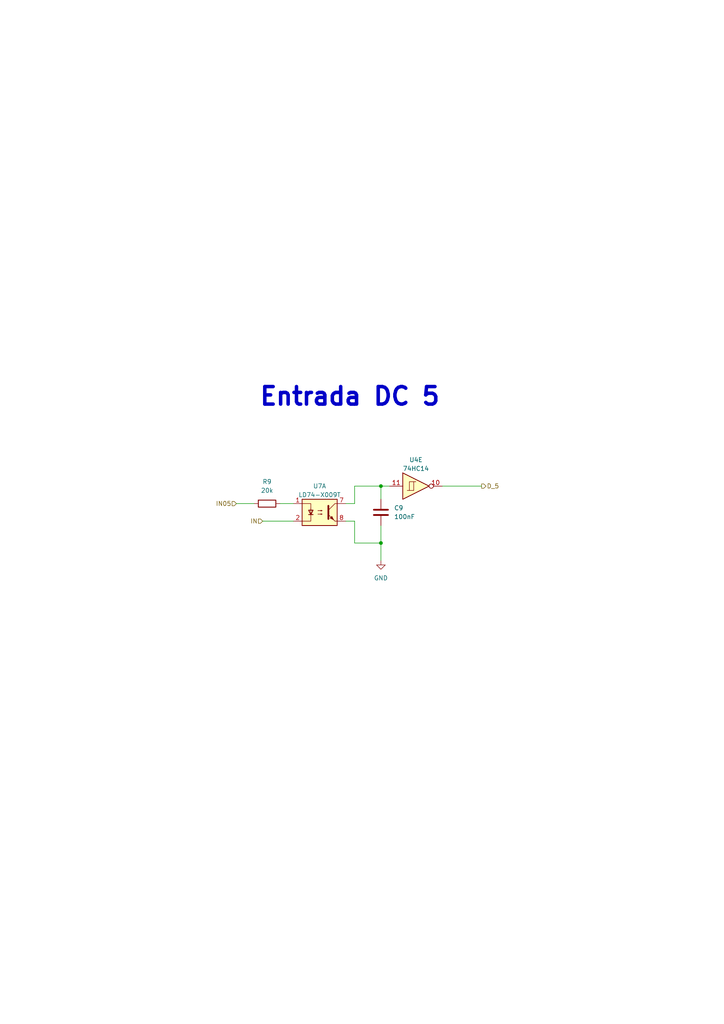
<source format=kicad_sch>
(kicad_sch (version 20221004) (generator eeschema)
  (paper "A4" portrait)
  (title_block (date "2022-10-09") (rev "José Luis Laica"))
  (lib_symbols
    (symbol "74xx:74HC14" (pin_names (offset 1.016))
      (property "Reference" "U" (at 0 1.27 0))
      (property "Value" "74HC14" (at 0 -1.27 0))
      (symbol "74HC14_1_0"
        (polyline (pts (xy -3.81 3.81) (xy -3.81 -3.81) (xy 3.81 0) (xy -3.81 3.81)) (stroke (width 0.254)) (fill (type background)))
        (pin input line (at -7.62 0 0) (length 3.81) (name "~") (number "1"))
        (pin output inverted (at 7.62 0 180) (length 3.81) (name "~") (number "2"))
      )
      (symbol "74HC14_1_1"
        (polyline (pts (xy -1.905 -1.27) (xy -1.905 1.27) (xy -0.635 1.27)))
        (polyline (pts (xy -2.54 -1.27) (xy -0.635 -1.27) (xy -0.635 1.27) (xy 0 1.27)))
      )
      (symbol "74HC14_2_0"
        (polyline (pts (xy -3.81 3.81) (xy -3.81 -3.81) (xy 3.81 0) (xy -3.81 3.81)) (stroke (width 0.254)) (fill (type background)))
        (pin input line (at -7.62 0 0) (length 3.81) (name "~") (number "3"))
        (pin output inverted (at 7.62 0 180) (length 3.81) (name "~") (number "4"))
      )
      (symbol "74HC14_2_1"
        (polyline (pts (xy -1.905 -1.27) (xy -1.905 1.27) (xy -0.635 1.27)))
        (polyline (pts (xy -2.54 -1.27) (xy -0.635 -1.27) (xy -0.635 1.27) (xy 0 1.27)))
      )
      (symbol "74HC14_3_0"
        (polyline (pts (xy -3.81 3.81) (xy -3.81 -3.81) (xy 3.81 0) (xy -3.81 3.81)) (stroke (width 0.254)) (fill (type background)))
        (pin input line (at -7.62 0 0) (length 3.81) (name "~") (number "5"))
        (pin output inverted (at 7.62 0 180) (length 3.81) (name "~") (number "6"))
      )
      (symbol "74HC14_3_1"
        (polyline (pts (xy -1.905 -1.27) (xy -1.905 1.27) (xy -0.635 1.27)))
        (polyline (pts (xy -2.54 -1.27) (xy -0.635 -1.27) (xy -0.635 1.27) (xy 0 1.27)))
      )
      (symbol "74HC14_4_0"
        (polyline (pts (xy -3.81 3.81) (xy -3.81 -3.81) (xy 3.81 0) (xy -3.81 3.81)) (stroke (width 0.254)) (fill (type background)))
        (pin output inverted (at 7.62 0 180) (length 3.81) (name "~") (number "8"))
        (pin input line (at -7.62 0 0) (length 3.81) (name "~") (number "9"))
      )
      (symbol "74HC14_4_1"
        (polyline (pts (xy -1.905 -1.27) (xy -1.905 1.27) (xy -0.635 1.27)))
        (polyline (pts (xy -2.54 -1.27) (xy -0.635 -1.27) (xy -0.635 1.27) (xy 0 1.27)))
      )
      (symbol "74HC14_5_0"
        (polyline (pts (xy -3.81 3.81) (xy -3.81 -3.81) (xy 3.81 0) (xy -3.81 3.81)) (stroke (width 0.254)) (fill (type background)))
        (pin output inverted (at 7.62 0 180) (length 3.81) (name "~") (number "10"))
        (pin input line (at -7.62 0 0) (length 3.81) (name "~") (number "11"))
      )
      (symbol "74HC14_5_1"
        (polyline (pts (xy -1.905 -1.27) (xy -1.905 1.27) (xy -0.635 1.27)))
        (polyline (pts (xy -2.54 -1.27) (xy -0.635 -1.27) (xy -0.635 1.27) (xy 0 1.27)))
      )
      (symbol "74HC14_6_0"
        (polyline (pts (xy -3.81 3.81) (xy -3.81 -3.81) (xy 3.81 0) (xy -3.81 3.81)) (stroke (width 0.254)) (fill (type background)))
        (pin output inverted (at 7.62 0 180) (length 3.81) (name "~") (number "12"))
        (pin input line (at -7.62 0 0) (length 3.81) (name "~") (number "13"))
      )
      (symbol "74HC14_6_1"
        (polyline (pts (xy -1.905 -1.27) (xy -1.905 1.27) (xy -0.635 1.27)))
        (polyline (pts (xy -2.54 -1.27) (xy -0.635 -1.27) (xy -0.635 1.27) (xy 0 1.27)))
      )
      (symbol "74HC14_7_0"
        (pin power_in line (at 0 12.7 270) (length 5.08) (name "VCC") (number "14"))
        (pin power_in line (at 0 -12.7 90) (length 5.08) (name "GND") (number "7"))
      )
      (symbol "74HC14_7_1"
        (rectangle (start -5.08 7.62) (end 5.08 -7.62) (stroke (width 0.254)) (fill (type background)))
      )
    )
    (symbol "Device:C" (pin_numbers hide) (pin_names (offset 0.254))
      (property "Reference" "C" (at 0.635 2.54 0))
      (property "Value" "C" (at 0.635 -2.54 0))
      (symbol "C_0_1"
        (polyline (pts (xy -2.032 -0.762) (xy 2.032 -0.762)) (stroke (width 0.508)))
        (polyline (pts (xy -2.032 0.762) (xy 2.032 0.762)) (stroke (width 0.508)))
      )
      (symbol "C_1_1"
        (pin passive line (at 0 3.81 270) (length 2.794) (name "~") (number "1"))
        (pin passive line (at 0 -3.81 90) (length 2.794) (name "~") (number "2"))
      )
    )
    (symbol "Device:R" (pin_numbers hide) (pin_names (offset 0))
      (property "Reference" "R" (at 2.032 0 90))
      (property "Value" "R" (at 0 0 90))
      (symbol "R_0_1"
        (rectangle (start -1.016 -2.54) (end 1.016 2.54) (stroke (width 0.254)))
      )
      (symbol "R_1_1"
        (pin passive line (at 0 3.81 270) (length 1.27) (name "~") (number "1"))
        (pin passive line (at 0 -3.81 90) (length 1.27) (name "~") (number "2"))
      )
    )
    (symbol "Isolator:ILD74" (pin_names (offset 1.016))
      (property "Reference" "U" (at -5.08 5.08 0))
      (property "Value" "ILD74" (at 0 5.08 0))
      (symbol "ILD74_0_1"
        (rectangle (start -5.08 3.81) (end 5.08 -3.81) (stroke (width 0.254)) (fill (type background)))
        (polyline (pts (xy -3.175 -0.635) (xy -1.905 -0.635)) (stroke (width 0.254)))
        (polyline (pts (xy 2.54 0.635) (xy 4.445 2.54)))
        (polyline (pts (xy 4.445 -2.54) (xy 2.54 -0.635)) (fill (type outline)))
        (polyline (pts (xy 4.445 -2.54) (xy 5.08 -2.54)))
        (polyline (pts (xy 4.445 2.54) (xy 5.08 2.54)))
        (polyline (pts (xy -5.08 2.54) (xy -2.54 2.54) (xy -2.54 0.635)))
        (polyline (pts (xy 2.54 1.905) (xy 2.54 -1.905) (xy 2.54 -1.905)) (stroke (width 0.508)))
        (polyline (pts (xy -2.54 -0.635) (xy -3.175 0.635) (xy -1.905 0.635) (xy -2.54 -0.635)) (stroke (width 0.254)))
        (polyline (pts (xy -2.54 -0.635) (xy -2.54 1.27) (xy -2.54 -2.54) (xy -5.08 -2.54)))
        (polyline (pts (xy -0.508 -0.508) (xy 0.762 -0.508) (xy 0.381 -0.635) (xy 0.381 -0.381) (xy 0.762 -0.508)))
        (polyline (pts (xy -0.508 0.508) (xy 0.762 0.508) (xy 0.381 0.381) (xy 0.381 0.635) (xy 0.762 0.508)))
        (polyline (pts (xy 3.048 -1.651) (xy 3.556 -1.143) (xy 4.064 -2.159) (xy 3.048 -1.651) (xy 3.048 -1.651)) (fill (type outline)))
      )
      (symbol "ILD74_1_1"
        (pin passive line (at -7.62 2.54 0) (length 2.54) (name "~") (number "1"))
        (pin passive line (at -7.62 -2.54 0) (length 2.54) (name "~") (number "2"))
        (pin passive line (at 7.62 2.54 180) (length 2.54) (name "~") (number "7"))
        (pin passive line (at 7.62 -2.54 180) (length 2.54) (name "~") (number "8"))
      )
      (symbol "ILD74_2_1"
        (pin passive line (at -7.62 -2.54 0) (length 2.54) (name "~") (number "3"))
        (pin passive line (at -7.62 2.54 0) (length 2.54) (name "~") (number "4"))
        (pin passive line (at 7.62 -2.54 180) (length 2.54) (name "~") (number "5"))
        (pin passive line (at 7.62 2.54 180) (length 2.54) (name "~") (number "6"))
      )
    )
    (symbol "power:GND" (power) (pin_names (offset 0))
      (property "Value" "GND" (at 0 -3.81 0))
      (symbol "GND_0_1"
        (polyline (pts (xy 0 0) (xy 0 -1.27) (xy 1.27 -1.27) (xy 0 -2.54) (xy -1.27 -1.27) (xy 0 -1.27)))
      )
      (symbol "GND_1_1"
        (pin power_in line (at 0 0 270) (length 0) hide (name "GND") (number "1"))
      )
    )
  )
  (junction (at 110.49 140.97))
  (junction (at 110.49 157.48))
  (wire (pts (xy 100.33 146.05) (xy 102.87 146.05)))
  (wire (pts (xy 102.87 140.97) (xy 110.49 140.97)))
  (wire (pts (xy 68.58 146.05) (xy 73.66 146.05)))
  (wire (pts (xy 100.33 151.13) (xy 102.87 151.13)))
  (wire (pts (xy 102.87 151.13) (xy 102.87 157.48)))
  (wire (pts (xy 110.49 162.56) (xy 110.49 157.48)))
  (wire (pts (xy 113.03 140.97) (xy 110.49 140.97)))
  (wire (pts (xy 102.87 157.48) (xy 110.49 157.48)))
  (wire (pts (xy 76.2 151.13) (xy 85.09 151.13)))
  (wire (pts (xy 128.27 140.97) (xy 139.7 140.97)))
  (wire (pts (xy 102.87 146.05) (xy 102.87 140.97)))
  (wire (pts (xy 110.49 140.97) (xy 110.49 144.78)))
  (wire (pts (xy 81.28 146.05) (xy 85.09 146.05)))
  (wire (pts (xy 110.49 157.48) (xy 110.49 152.4)))
  (text "Entrada DC 5" (at 74.93 118.11 0) (effects (font (size 5.08 5.08) (thickness 1.016) bold) (justify left bottom)))
  (hierarchical_label "IN05" (shape input) (at 68.58 146.05 180))
  (hierarchical_label "IN" (shape input) (at 76.2 151.13 180))
  (hierarchical_label "D_5" (shape output) (at 139.7 140.97 0))
  (symbol (lib_id "Isolator:ILD74") (at 92.71 148.59 0) (unit 1)
    (property "Reference" "U7" (at 92.71 140.97 0))
    (property "Value" "LD74-X009T" (at 92.71 143.51 0))
    (property "Footprint" "Package_DIP:DIP-8_W8.89mm_SMDSocket_LongPads" (effects hide))
    (property "Datasheet" "https://www.vishay.com/docs/83640/ild74.pdf" (effects hide))
  )
  (symbol (lib_id "power:GND") (at 110.49 162.56 0) (unit 1)
    (property "Reference" "#PWR010" (effects hide))
    (property "Value" "GND" (at 110.49 167.64 0))
  )
  (symbol (lib_id "74xx:74HC14") (at 120.65 140.97 0) (unit 5)
    (property "Reference" "U4" (at 120.65 133.35 0))
    (property "Value" "74HC14" (at 120.65 135.89 0))
    (property "Footprint" "Package_SO:SOIC-14W_7.5x9mm_P1.27mm" (effects hide))
    (property "Datasheet" "http://www.ti.com/lit/gpn/sn74HC14" (effects hide))
  )
  (symbol (lib_id "Device:C") (at 110.49 148.59 0) (unit 1)
    (property "Reference" "C9" (at 114.3 147.3199 0) (effects (justify left)))
    (property "Value" "100nF" (at 114.3 149.8599 0) (effects (justify left)))
    (property "Footprint" "Capacitor_SMD:C_0402_1005Metric" (effects hide))
  )
  (symbol (lib_id "Device:R") (at 77.47 146.05 90) (unit 1)
    (property "Reference" "R9" (at 77.47 139.7 90))
    (property "Value" "20k" (at 77.47 142.24 90))
    (property "Footprint" "Resistor_SMD:R_0603_1608Metric" (effects hide))
  )
)
</source>
